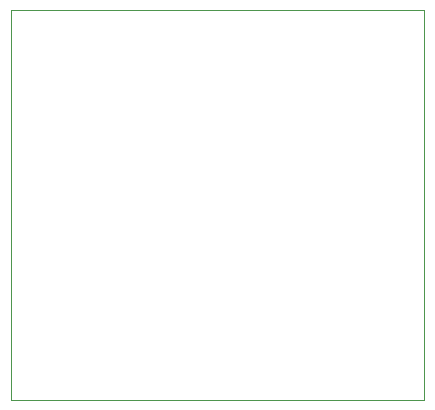
<source format=gbr>
%TF.GenerationSoftware,KiCad,Pcbnew,5.99.0-unknown-34fb55dc9c~93~ubuntu20.04.1*%
%TF.CreationDate,2020-12-20T23:19:59+03:00*%
%TF.ProjectId,uhf_detector,7568665f-6465-4746-9563-746f722e6b69,rev?*%
%TF.SameCoordinates,Original*%
%TF.FileFunction,Profile,NP*%
%FSLAX46Y46*%
G04 Gerber Fmt 4.6, Leading zero omitted, Abs format (unit mm)*
G04 Created by KiCad (PCBNEW 5.99.0-unknown-34fb55dc9c~93~ubuntu20.04.1) date 2020-12-20 23:19:59*
%MOMM*%
%LPD*%
G01*
G04 APERTURE LIST*
%TA.AperFunction,Profile*%
%ADD10C,0.100000*%
%TD*%
G04 APERTURE END LIST*
D10*
X21000000Y-34000000D02*
X56000000Y-34000000D01*
X56000000Y-34000000D02*
X56000000Y-67000000D01*
X56000000Y-67000000D02*
X21000000Y-67000000D01*
X21000000Y-67000000D02*
X21000000Y-34000000D01*
M02*

</source>
